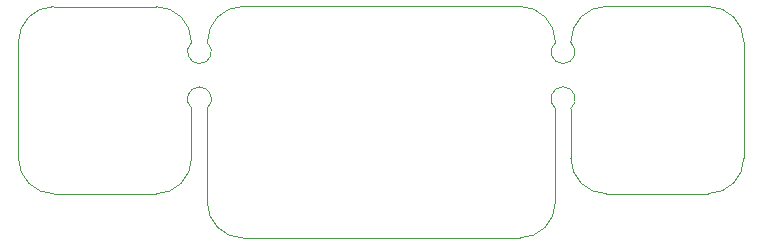
<source format=gm1>
G04 #@! TF.GenerationSoftware,KiCad,Pcbnew,9.0.2*
G04 #@! TF.CreationDate,2025-06-25T23:25:14-06:00*
G04 #@! TF.ProjectId,TurnSignal,5475726e-5369-4676-9e61-6c2e6b696361,rev?*
G04 #@! TF.SameCoordinates,Original*
G04 #@! TF.FileFunction,Profile,NP*
%FSLAX46Y46*%
G04 Gerber Fmt 4.6, Leading zero omitted, Abs format (unit mm)*
G04 Created by KiCad (PCBNEW 9.0.2) date 2025-06-25 23:25:14*
%MOMM*%
%LPD*%
G01*
G04 APERTURE LIST*
G04 #@! TA.AperFunction,Profile*
%ADD10C,0.050000*%
G04 #@! TD*
G04 APERTURE END LIST*
D10*
X158760000Y-92930000D02*
G75*
G02*
X161760000Y-95930000I0J-3000000D01*
G01*
X150110000Y-108780000D02*
G75*
G02*
X147110000Y-105780000I0J3000000D01*
G01*
X142800000Y-112530000D02*
X119340000Y-112530000D01*
X114995000Y-96000000D02*
X114995000Y-95940000D01*
X145800000Y-109530000D02*
X145800000Y-101580000D01*
X147110000Y-95995000D02*
G75*
G02*
X145800002Y-95994999I-655000J-775000D01*
G01*
X100345000Y-95940000D02*
G75*
G02*
X103345000Y-92940000I3000000J0D01*
G01*
X145800000Y-109530000D02*
G75*
G02*
X142800000Y-112530000I-3000000J0D01*
G01*
X100345000Y-105790000D02*
X100345000Y-95940000D01*
X161760000Y-105780000D02*
X161760000Y-95930000D01*
X111995000Y-92940000D02*
G75*
G02*
X114995000Y-95940000I0J-3000000D01*
G01*
X145800000Y-95930000D02*
X145800000Y-95995000D01*
X114995000Y-101545000D02*
G75*
G02*
X116339667Y-101549612I675000J775000D01*
G01*
X114995000Y-101545000D02*
X114995000Y-105790000D01*
X142800000Y-92930000D02*
G75*
G02*
X145800000Y-95930000I0J-3000000D01*
G01*
X119340000Y-112530000D02*
G75*
G02*
X116340000Y-109530000I0J3000000D01*
G01*
X158760000Y-92930000D02*
X150110000Y-92930000D01*
X114995000Y-105790000D02*
G75*
G02*
X111995000Y-108790000I-3000000J0D01*
G01*
X111995000Y-108790000D02*
X103345000Y-108790000D01*
X119340000Y-92930000D02*
X142800000Y-92930000D01*
X145800000Y-101580000D02*
G75*
G02*
X147110000Y-101580000I655000J810000D01*
G01*
X116340000Y-109530000D02*
X116340000Y-101550000D01*
X147110000Y-95930000D02*
X147110000Y-95995000D01*
X103345000Y-108790000D02*
G75*
G02*
X100345000Y-105790000I0J3000000D01*
G01*
X116339709Y-95995333D02*
G75*
G02*
X114995000Y-96000000I-669709J-764667D01*
G01*
X103345000Y-92940000D02*
X111995000Y-92940000D01*
X116340000Y-95930000D02*
G75*
G02*
X119340000Y-92930000I3000000J0D01*
G01*
X161760000Y-105780000D02*
G75*
G02*
X158760000Y-108780000I-3000000J0D01*
G01*
X116340000Y-95995000D02*
X116340000Y-95930000D01*
X147110000Y-95930000D02*
G75*
G02*
X150110000Y-92930000I3000000J0D01*
G01*
X150110000Y-108780000D02*
X158760000Y-108780000D01*
X147110000Y-101580000D02*
X147110000Y-105780000D01*
M02*

</source>
